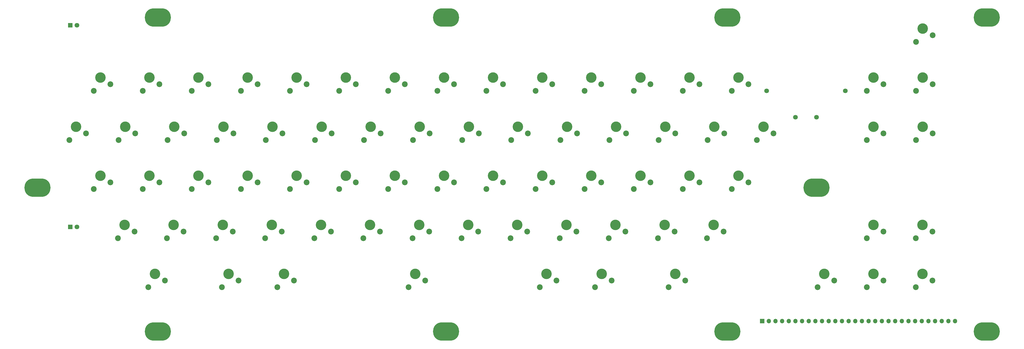
<source format=gbr>
%TF.GenerationSoftware,KiCad,Pcbnew,7.0.6*%
%TF.CreationDate,2023-08-24T23:01:40+03:00*%
%TF.ProjectId,P0101kbd,50303130-316b-4626-942e-6b696361645f,rev?*%
%TF.SameCoordinates,Original*%
%TF.FileFunction,Soldermask,Top*%
%TF.FilePolarity,Negative*%
%FSLAX46Y46*%
G04 Gerber Fmt 4.6, Leading zero omitted, Abs format (unit mm)*
G04 Created by KiCad (PCBNEW 7.0.6) date 2023-08-24 23:01:40*
%MOMM*%
%LPD*%
G01*
G04 APERTURE LIST*
%ADD10O,10.000000X7.000000*%
%ADD11C,4.000000*%
%ADD12C,2.200000*%
%ADD13R,1.800000X1.800000*%
%ADD14C,1.800000*%
%ADD15R,1.700000X1.700000*%
%ADD16O,1.700000X1.700000*%
G04 APERTURE END LIST*
D10*
%TO.C,OVH1*%
X180000000Y-135000000D03*
%TD*%
D11*
%TO.C,SW6*%
X235500000Y-38000000D03*
D12*
X232960000Y-43080000D03*
X239310000Y-40540000D03*
%TD*%
D11*
%TO.C,SW25*%
X76250000Y-56750000D03*
D12*
X73710000Y-61830000D03*
X80060000Y-59290000D03*
%TD*%
D11*
%TO.C,SW47*%
X85500000Y-75500000D03*
D12*
X82960000Y-80580000D03*
X89310000Y-78040000D03*
%TD*%
D11*
%TO.C,SW34*%
X198000000Y-75500000D03*
D12*
X195460000Y-80580000D03*
X201810000Y-78040000D03*
%TD*%
D11*
%TO.C,SW15*%
X216750000Y-38000000D03*
D12*
X214210000Y-43080000D03*
X220560000Y-40540000D03*
%TD*%
D11*
%TO.C,SW52*%
X94750000Y-94250000D03*
D12*
X92210000Y-99330000D03*
X98560000Y-96790000D03*
%TD*%
D11*
%TO.C,SW54*%
X362000000Y-94250000D03*
D12*
X359460000Y-99330000D03*
X365810000Y-96790000D03*
%TD*%
D11*
%TO.C,SW67*%
X343250000Y-94250000D03*
D12*
X340710000Y-99330000D03*
X347060000Y-96790000D03*
%TD*%
D11*
%TO.C,SW41*%
X113500000Y-94250000D03*
D12*
X110960000Y-99330000D03*
X117310000Y-96790000D03*
%TD*%
D11*
%TO.C,SW33*%
X113750000Y-56750000D03*
D12*
X111210000Y-61830000D03*
X117560000Y-59290000D03*
%TD*%
D11*
%TO.C,SW29*%
X170000000Y-56750000D03*
D12*
X167460000Y-61830000D03*
X173810000Y-59290000D03*
%TD*%
D11*
%TO.C,SW69*%
X343250000Y-113000000D03*
D12*
X340710000Y-118080000D03*
X347060000Y-115540000D03*
%TD*%
D11*
%TO.C,SW49*%
X188750000Y-56750000D03*
D12*
X186210000Y-61830000D03*
X192560000Y-59290000D03*
%TD*%
D11*
%TO.C,SW72*%
X239500000Y-113000000D03*
D12*
X236960000Y-118080000D03*
X243310000Y-115540000D03*
%TD*%
D11*
%TO.C,SW19*%
X254250000Y-38000000D03*
D12*
X251710000Y-43080000D03*
X258060000Y-40540000D03*
%TD*%
D11*
%TO.C,SW23*%
X123000000Y-75500000D03*
D12*
X120460000Y-80580000D03*
X126810000Y-78040000D03*
%TD*%
D11*
%TO.C,SW2*%
X267600000Y-113000000D03*
D12*
X265060000Y-118080000D03*
X271410000Y-115540000D03*
%TD*%
D11*
%TO.C,SW1*%
X48000000Y-75500000D03*
D12*
X45460000Y-80580000D03*
X51810000Y-78040000D03*
%TD*%
D11*
%TO.C,SW56*%
X38750000Y-56750000D03*
D12*
X36210000Y-61830000D03*
X42560000Y-59290000D03*
%TD*%
D11*
%TO.C,SW46*%
X188500000Y-94250000D03*
D12*
X185960000Y-99330000D03*
X192310000Y-96790000D03*
%TD*%
D11*
%TO.C,SW10*%
X123000000Y-38000000D03*
D12*
X120460000Y-43080000D03*
X126810000Y-40540000D03*
%TD*%
D11*
%TO.C,SW61*%
X273000000Y-38000000D03*
D12*
X270460000Y-43080000D03*
X276810000Y-40540000D03*
%TD*%
D11*
%TO.C,SW70*%
X218350000Y-113000000D03*
D12*
X215810000Y-118080000D03*
X222160000Y-115540000D03*
%TD*%
D11*
%TO.C,SW3*%
X68900000Y-113000000D03*
D12*
X66360000Y-118080000D03*
X72710000Y-115540000D03*
%TD*%
D11*
%TO.C,SW28*%
X66750000Y-75500000D03*
D12*
X64210000Y-80580000D03*
X70560000Y-78040000D03*
%TD*%
D11*
%TO.C,SW38*%
X141750000Y-75500000D03*
D12*
X139210000Y-80580000D03*
X145560000Y-78040000D03*
%TD*%
D11*
%TO.C,SW57*%
X343250000Y-38000000D03*
D12*
X340710000Y-43080000D03*
X347060000Y-40540000D03*
%TD*%
D11*
%TO.C,SW59*%
X343250000Y-56750000D03*
D12*
X340710000Y-61830000D03*
X347060000Y-59290000D03*
%TD*%
D11*
%TO.C,SW21*%
X263500000Y-94250000D03*
D12*
X260960000Y-99330000D03*
X267310000Y-96790000D03*
%TD*%
D11*
%TO.C,SW13*%
X179250000Y-38000000D03*
D12*
X176710000Y-43080000D03*
X183060000Y-40540000D03*
%TD*%
D11*
%TO.C,SW64*%
X301250000Y-56750000D03*
D12*
X298710000Y-61830000D03*
X305060000Y-59290000D03*
%TD*%
D10*
%TO.C,OVH2*%
X70000000Y-135000000D03*
%TD*%
D11*
%TO.C,SW16*%
X263750000Y-56750000D03*
D12*
X261210000Y-61830000D03*
X267560000Y-59290000D03*
%TD*%
D10*
%TO.C,OVH3*%
X287500000Y-135000000D03*
%TD*%
D11*
%TO.C,SW63*%
X282500000Y-56750000D03*
D12*
X279960000Y-61830000D03*
X286310000Y-59290000D03*
%TD*%
D11*
%TO.C,SW30*%
X245000000Y-56750000D03*
D12*
X242460000Y-61830000D03*
X248810000Y-59290000D03*
%TD*%
D11*
%TO.C,SW4*%
X57250000Y-94250000D03*
D12*
X54710000Y-99330000D03*
X61060000Y-96790000D03*
%TD*%
D11*
%TO.C,SW31*%
X151000000Y-94250000D03*
D12*
X148460000Y-99330000D03*
X154810000Y-96790000D03*
%TD*%
D11*
%TO.C,SW36*%
X151250000Y-56750000D03*
D12*
X148710000Y-61830000D03*
X155060000Y-59290000D03*
%TD*%
D11*
%TO.C,SW17*%
X48000000Y-38000000D03*
D12*
X45460000Y-43080000D03*
X51810000Y-40540000D03*
%TD*%
D10*
%TO.C,OVH4*%
X321500000Y-80000000D03*
%TD*%
D11*
%TO.C,SW62*%
X291750000Y-38000000D03*
D12*
X289210000Y-43080000D03*
X295560000Y-40540000D03*
%TD*%
D11*
%TO.C,SW32*%
X57500000Y-56750000D03*
D12*
X54960000Y-61830000D03*
X61310000Y-59290000D03*
%TD*%
D11*
%TO.C,SW22*%
X226000000Y-94250000D03*
D12*
X223460000Y-99330000D03*
X229810000Y-96790000D03*
%TD*%
D11*
%TO.C,SW45*%
X104250000Y-75500000D03*
D12*
X101710000Y-80580000D03*
X108060000Y-78040000D03*
%TD*%
D11*
%TO.C,SW39*%
X76000000Y-94250000D03*
D12*
X73460000Y-99330000D03*
X79810000Y-96790000D03*
%TD*%
D10*
%TO.C,OVH5*%
X180000000Y-15000000D03*
%TD*%
D11*
%TO.C,SW8*%
X85500000Y-38000000D03*
D12*
X82960000Y-43080000D03*
X89310000Y-40540000D03*
%TD*%
D11*
%TO.C,SW11*%
X141750000Y-38000000D03*
D12*
X139210000Y-43080000D03*
X145560000Y-40540000D03*
%TD*%
D11*
%TO.C,SW37*%
X179250000Y-75500000D03*
D12*
X176710000Y-80580000D03*
X183060000Y-78040000D03*
%TD*%
D11*
%TO.C,SW48*%
X226250000Y-56750000D03*
D12*
X223710000Y-61830000D03*
X230060000Y-59290000D03*
%TD*%
D11*
%TO.C,SW71*%
X118150000Y-113000000D03*
D12*
X115610000Y-118080000D03*
X121960000Y-115540000D03*
%TD*%
D10*
%TO.C,OVH6*%
X24000000Y-80000000D03*
%TD*%
D11*
%TO.C,SW27*%
X132500000Y-56750000D03*
D12*
X129960000Y-61830000D03*
X136310000Y-59290000D03*
%TD*%
D11*
%TO.C,SW58*%
X362040000Y-38000000D03*
D12*
X359500000Y-43080000D03*
X365850000Y-40540000D03*
%TD*%
D13*
%TO.C,D9*%
X36500000Y-18000000D03*
D14*
X39040000Y-18000000D03*
%TD*%
D15*
%TO.C,J1*%
X300736000Y-131000000D03*
D16*
X303276000Y-131000000D03*
X305816000Y-131000000D03*
X308356000Y-131000000D03*
X310896000Y-131000000D03*
X313436000Y-131000000D03*
X315976000Y-131000000D03*
X318516000Y-131000000D03*
X321056000Y-131000000D03*
X323596000Y-131000000D03*
X326136000Y-131000000D03*
X328676000Y-131000000D03*
X331216000Y-131000000D03*
X333756000Y-131000000D03*
X336296000Y-131000000D03*
X338836000Y-131000000D03*
X341376000Y-131000000D03*
X343916000Y-131000000D03*
X346456000Y-131000000D03*
X348996000Y-131000000D03*
X351536000Y-131000000D03*
X354076000Y-131000000D03*
X356616000Y-131000000D03*
X359156000Y-131000000D03*
X361696000Y-131000000D03*
X364236000Y-131000000D03*
X366776000Y-131000000D03*
X369316000Y-131000000D03*
X371856000Y-131000000D03*
X374396000Y-131000000D03*
%TD*%
D11*
%TO.C,SW51*%
X207500000Y-56750000D03*
D12*
X204960000Y-61830000D03*
X211310000Y-59290000D03*
%TD*%
D10*
%TO.C,OVH7*%
X386500000Y-15000000D03*
%TD*%
D11*
%TO.C,SW43*%
X95000000Y-56750000D03*
D12*
X92460000Y-61830000D03*
X98810000Y-59290000D03*
%TD*%
D13*
%TO.C,D10*%
X36500000Y-95000000D03*
D14*
X39040000Y-95000000D03*
%TD*%
D11*
%TO.C,SW18*%
X244750000Y-94250000D03*
D12*
X242210000Y-99330000D03*
X248560000Y-96790000D03*
%TD*%
D11*
%TO.C,SW66*%
X324500000Y-113000000D03*
D12*
X321960000Y-118080000D03*
X328310000Y-115540000D03*
%TD*%
D11*
%TO.C,SW55*%
X291750000Y-75500000D03*
D12*
X289210000Y-80580000D03*
X295560000Y-78040000D03*
%TD*%
D11*
%TO.C,SW9*%
X104250000Y-38000000D03*
D12*
X101710000Y-43080000D03*
X108060000Y-40540000D03*
%TD*%
D11*
%TO.C,SW7*%
X66750000Y-38000000D03*
D12*
X64210000Y-43080000D03*
X70560000Y-40540000D03*
%TD*%
D11*
%TO.C,SW50*%
X254250000Y-75500000D03*
D12*
X251710000Y-80580000D03*
X258060000Y-78040000D03*
%TD*%
D11*
%TO.C,SW26*%
X216750000Y-75500000D03*
D12*
X214210000Y-80580000D03*
X220560000Y-78040000D03*
%TD*%
D11*
%TO.C,SW44*%
X235500000Y-75500000D03*
D12*
X232960000Y-80580000D03*
X239310000Y-78040000D03*
%TD*%
D11*
%TO.C,SW5*%
X362040000Y-19250000D03*
D12*
X359500000Y-24330000D03*
X365850000Y-21790000D03*
%TD*%
D10*
%TO.C,OVH8*%
X70000000Y-15000000D03*
%TD*%
%TO.C,OVH9*%
X386500000Y-135000000D03*
%TD*%
D11*
%TO.C,SW40*%
X160500000Y-75500000D03*
D12*
X157960000Y-80580000D03*
X164310000Y-78040000D03*
%TD*%
D14*
%TO.C,BZ1*%
X321500000Y-53080000D03*
X313500000Y-53080000D03*
X332500000Y-43080000D03*
X302500000Y-43080000D03*
%TD*%
D11*
%TO.C,SW53*%
X168250000Y-113000000D03*
D12*
X165710000Y-118080000D03*
X172060000Y-115540000D03*
%TD*%
D11*
%TO.C,SW35*%
X132250000Y-94250000D03*
D12*
X129710000Y-99330000D03*
X136060000Y-96790000D03*
%TD*%
D11*
%TO.C,SW12*%
X160500000Y-38000000D03*
D12*
X157960000Y-43080000D03*
X164310000Y-40540000D03*
%TD*%
D11*
%TO.C,SW14*%
X198000000Y-38000000D03*
D12*
X195460000Y-43080000D03*
X201810000Y-40540000D03*
%TD*%
D11*
%TO.C,SW65*%
X282250000Y-94250000D03*
D12*
X279710000Y-99330000D03*
X286060000Y-96790000D03*
%TD*%
D10*
%TO.C,OVH10*%
X287500000Y-15000000D03*
%TD*%
D11*
%TO.C,SW42*%
X169750000Y-94250000D03*
D12*
X167210000Y-99330000D03*
X173560000Y-96790000D03*
%TD*%
D11*
%TO.C,SW60*%
X362040000Y-56750000D03*
D12*
X359500000Y-61830000D03*
X365850000Y-59290000D03*
%TD*%
D11*
%TO.C,SW20*%
X273000000Y-75500000D03*
D12*
X270460000Y-80580000D03*
X276810000Y-78040000D03*
%TD*%
D11*
%TO.C,SW24*%
X207250000Y-94250000D03*
D12*
X204710000Y-99330000D03*
X211060000Y-96790000D03*
%TD*%
D11*
%TO.C,SW73*%
X97000000Y-113000000D03*
D12*
X94460000Y-118080000D03*
X100810000Y-115540000D03*
%TD*%
D11*
%TO.C,SW68*%
X362000000Y-113000000D03*
D12*
X359460000Y-118080000D03*
X365810000Y-115540000D03*
%TD*%
M02*

</source>
